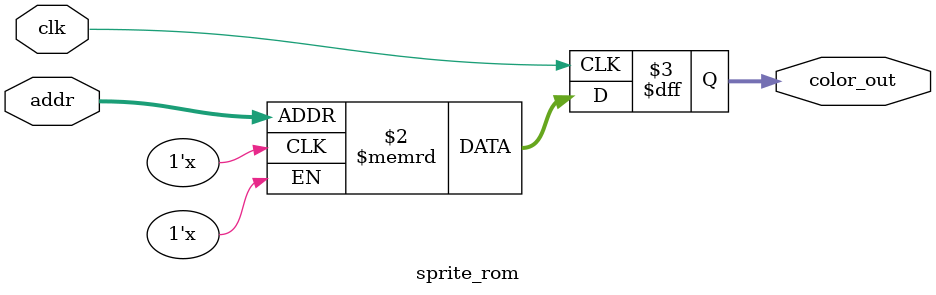
<source format=v>
module sprite_rom (
    input clk,
    input [7:0] addr,
    output [7:0] color_out
);
    reg [7:0] color_arr [0:7];
    always @(posedge clk ) begin
        color_out <= color_arr[addr];
    end
endmodule

</source>
